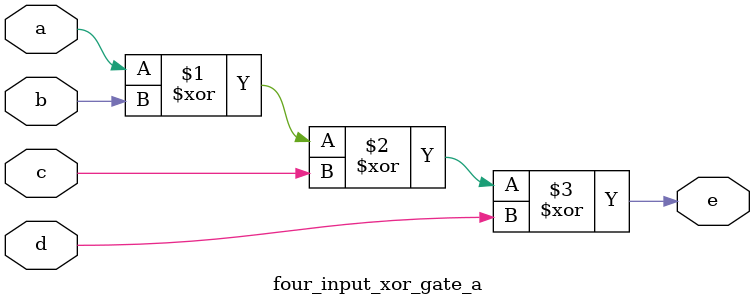
<source format=v>
`timescale 1ns / 1ps


module four_input_xor_gate_a(
    input a,
    input b,
    input c,
    input d,
    output e
    );
    assign e=a^b^c^d;
    
endmodule

</source>
